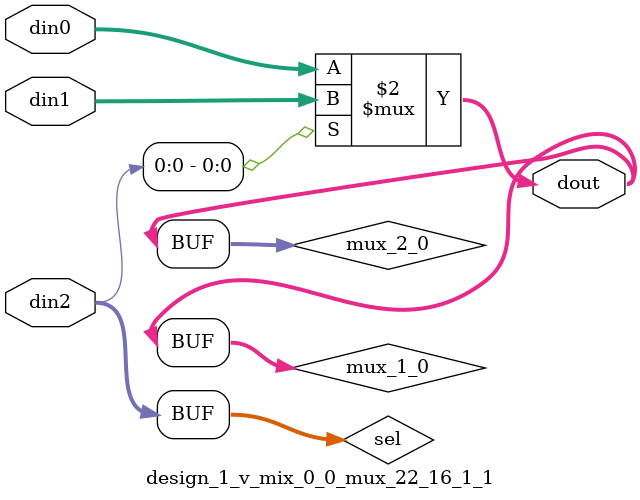
<source format=v>

`timescale 1ns/1ps

module design_1_v_mix_0_0_mux_22_16_1_1 #(
parameter
    ID                = 0,
    NUM_STAGE         = 1,
    din0_WIDTH       = 32,
    din1_WIDTH       = 32,
    din2_WIDTH         = 32,
    dout_WIDTH            = 32
)(
    input  [15 : 0]     din0,
    input  [15 : 0]     din1,
    input  [1 : 0]    din2,
    output [15 : 0]   dout);

// puts internal signals
wire [1 : 0]     sel;
// level 1 signals
wire [15 : 0]         mux_1_0;
// level 2 signals
wire [15 : 0]         mux_2_0;

assign sel = din2;

// Generate level 1 logic
assign mux_1_0 = (sel[0] == 0)? din0 : din1;

// Generate level 2 logic
assign mux_2_0 = mux_1_0;

// output logic
assign dout = mux_2_0;

endmodule

</source>
